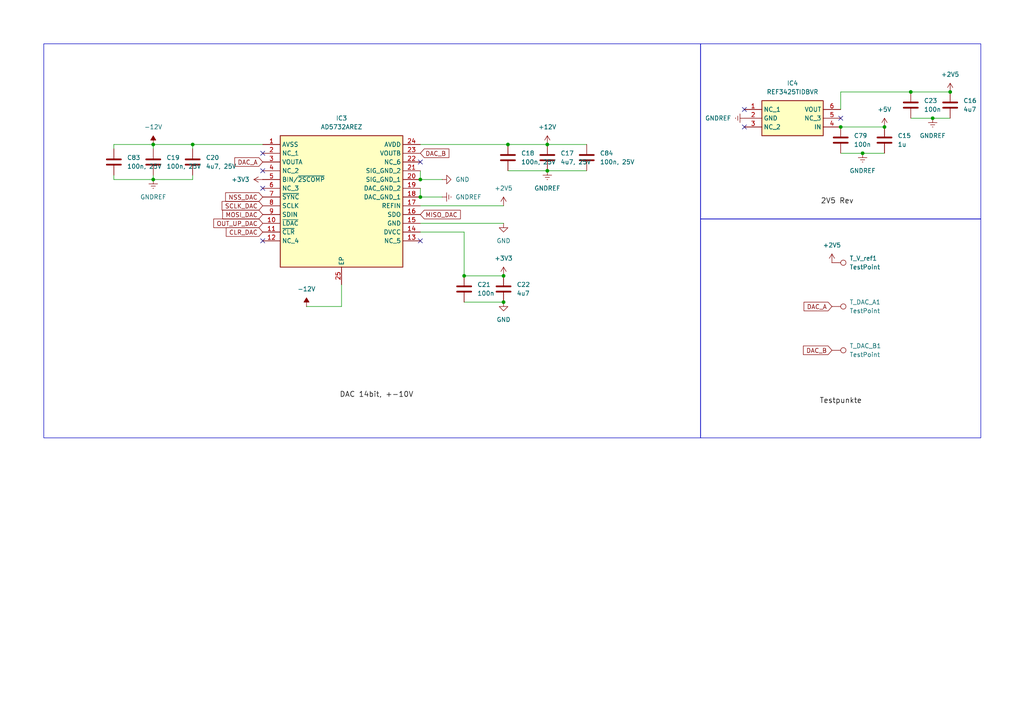
<source format=kicad_sch>
(kicad_sch (version 20231120) (generator "eeschema") (generator_version "8.0")
  (paper "A4")
  (lib_symbols
    (symbol "Lib:+12V" (power) (pin_numbers hide) (pin_names (offset 0) hide)
      (property "Value" "+12V" (at 0 3.556 0))
      (symbol "+12V_0_1"
        (polyline (pts (xy -0.762 1.27) (xy 0 2.54)))
        (polyline (pts (xy 0 0) (xy 0 2.54)))
        (polyline (pts (xy 0 2.54) (xy 0.762 1.27)))
      )
      (symbol "+12V_1_1"
        (pin power_in line (at 0 0 90) (length 0) (name "~") (number "1"))
      )
    )
    (symbol "Lib:+2V5" (power) (pin_numbers hide) (pin_names (offset 0) hide)
      (property "Value" "+2V5" (at 0 3.556 0))
      (symbol "+2V5_0_1"
        (polyline (pts (xy -0.762 1.27) (xy 0 2.54)))
        (polyline (pts (xy 0 0) (xy 0 2.54)))
        (polyline (pts (xy 0 2.54) (xy 0.762 1.27)))
      )
      (symbol "+2V5_1_1"
        (pin power_in line (at 0 0 90) (length 0) (name "~") (number "1"))
      )
    )
    (symbol "Lib:+3V3" (power) (pin_numbers hide) (pin_names (offset 0) hide)
      (property "Value" "+3V3" (at 0 3.556 0))
      (symbol "+3V3_0_1"
        (polyline (pts (xy -0.762 1.27) (xy 0 2.54)))
        (polyline (pts (xy 0 0) (xy 0 2.54)))
        (polyline (pts (xy 0 2.54) (xy 0.762 1.27)))
      )
      (symbol "+3V3_1_1"
        (pin power_in line (at 0 0 90) (length 0) (name "~") (number "1"))
      )
    )
    (symbol "Lib:+5V" (power) (pin_numbers hide) (pin_names (offset 0) hide)
      (property "Value" "+5V" (at 0 3.556 0))
      (symbol "+5V_0_1"
        (polyline (pts (xy -0.762 1.27) (xy 0 2.54)))
        (polyline (pts (xy 0 0) (xy 0 2.54)))
        (polyline (pts (xy 0 2.54) (xy 0.762 1.27)))
      )
      (symbol "+5V_1_1"
        (pin power_in line (at 0 0 90) (length 0) (name "~") (number "1"))
      )
    )
    (symbol "Lib:-12V" (power) (pin_numbers hide) (pin_names (offset 0) hide)
      (property "Value" "-12V" (at 0 3.556 0))
      (symbol "-12V_0_0"
        (pin power_in line (at 0 0 90) (length 0) (name "~") (number "1"))
      )
      (symbol "-12V_0_1"
        (polyline (pts (xy 0 0) (xy 0 1.27) (xy 0.762 1.27) (xy 0 2.54) (xy -0.762 1.27) (xy 0 1.27)) (fill (type outline)))
      )
    )
    (symbol "Lib:AD5732AREZ"
      (property "Reference" "IC" (at 41.91 7.62 0))
      (property "Value" "AD5732AREZ" (at 41.91 5.08 0))
      (symbol "AD5732AREZ_1_1"
        (rectangle (start 5.08 2.54) (end 40.64 -35.56) (stroke (width 0.254)) (fill (type background)))
        (pin passive line (at 0 0 0) (length 5.08) (name "AVSS") (number "1"))
        (pin passive line (at 0 -22.86 0) (length 5.08) (name "~{LDAC}") (number "10"))
        (pin passive line (at 0 -25.4 0) (length 5.08) (name "~{CLR}") (number "11"))
        (pin passive line (at 0 -27.94 0) (length 5.08) (name "NC_4") (number "12"))
        (pin passive line (at 45.72 -27.94 180) (length 5.08) (name "NC_5") (number "13"))
        (pin passive line (at 45.72 -25.4 180) (length 5.08) (name "DVCC") (number "14"))
        (pin passive line (at 45.72 -22.86 180) (length 5.08) (name "GND") (number "15"))
        (pin passive line (at 45.72 -20.32 180) (length 5.08) (name "SDO") (number "16"))
        (pin passive line (at 45.72 -17.78 180) (length 5.08) (name "REFIN") (number "17"))
        (pin passive line (at 45.72 -15.24 180) (length 5.08) (name "DAC_GND_1") (number "18"))
        (pin passive line (at 45.72 -12.7 180) (length 5.08) (name "DAC_GND_2") (number "19"))
        (pin passive line (at 0 -2.54 0) (length 5.08) (name "NC_1") (number "2"))
        (pin passive line (at 45.72 -10.16 180) (length 5.08) (name "SIG_GND_1") (number "20"))
        (pin passive line (at 45.72 -7.62 180) (length 5.08) (name "SIG_GND_2") (number "21"))
        (pin passive line (at 45.72 -5.08 180) (length 5.08) (name "NC_6") (number "22"))
        (pin passive line (at 45.72 -2.54 180) (length 5.08) (name "VOUTB") (number "23"))
        (pin passive line (at 45.72 0 180) (length 5.08) (name "AVDD") (number "24"))
        (pin passive line (at 22.86 -40.64 90) (length 5.08) (name "EP") (number "25"))
        (pin passive line (at 0 -5.08 0) (length 5.08) (name "VOUTA") (number "3"))
        (pin passive line (at 0 -7.62 0) (length 5.08) (name "NC_2") (number "4"))
        (pin passive line (at 0 -10.16 0) (length 5.08) (name "BIN/~{2SCOMP}") (number "5"))
        (pin passive line (at 0 -12.7 0) (length 5.08) (name "NC_3") (number "6"))
        (pin passive line (at 0 -15.24 0) (length 5.08) (name "~{SYNC}") (number "7"))
        (pin passive line (at 0 -17.78 0) (length 5.08) (name "SCLK") (number "8"))
        (pin passive line (at 0 -20.32 0) (length 5.08) (name "SDIN") (number "9"))
      )
    )
    (symbol "Lib:C" (pin_numbers hide) (pin_names (offset 0.254))
      (property "Reference" "C" (at 0.635 2.54 0))
      (property "Value" "C" (at 0.635 -2.54 0))
      (symbol "C_0_1"
        (polyline (pts (xy -2.032 -0.762) (xy 2.032 -0.762)) (stroke (width 0.508)))
        (polyline (pts (xy -2.032 0.762) (xy 2.032 0.762)) (stroke (width 0.508)))
      )
      (symbol "C_1_1"
        (pin passive line (at 0 3.81 270) (length 2.794) (name "~") (number "1"))
        (pin passive line (at 0 -3.81 90) (length 2.794) (name "~") (number "2"))
      )
    )
    (symbol "Lib:GND" (power) (pin_numbers hide) (pin_names (offset 0) hide)
      (property "Value" "GND" (at 0 -3.81 0))
      (symbol "GND_0_1"
        (polyline (pts (xy 0 0) (xy 0 -1.27) (xy 1.27 -1.27) (xy 0 -2.54) (xy -1.27 -1.27) (xy 0 -1.27)))
      )
      (symbol "GND_1_1"
        (pin power_in line (at 0 0 270) (length 0) (name "~") (number "1"))
      )
    )
    (symbol "Lib:REF3425TIDBVR"
      (property "Reference" "IC" (at 24.13 7.62 0))
      (property "Value" "REF3425TIDBVR" (at 24.13 5.08 0))
      (symbol "REF3425TIDBVR_1_1"
        (rectangle (start 5.08 2.54) (end 22.86 -7.62) (stroke (width 0.254)) (fill (type background)))
        (pin passive line (at 0 0 0) (length 5.08) (name "NC_1") (number "1"))
        (pin passive line (at 0 -2.54 0) (length 5.08) (name "GND") (number "2"))
        (pin passive line (at 0 -5.08 0) (length 5.08) (name "NC_2") (number "3"))
        (pin passive line (at 27.94 -5.08 180) (length 5.08) (name "IN") (number "4"))
        (pin passive line (at 27.94 -2.54 180) (length 5.08) (name "NC_3") (number "5"))
        (pin passive line (at 27.94 0 180) (length 5.08) (name "VOUT") (number "6"))
      )
    )
    (symbol "Lib:TestPoint" (pin_numbers hide) (pin_names (offset 0.762) hide)
      (property "Reference" "TP" (at 0 6.858 0))
      (property "Value" "TestPoint" (at 0 5.08 0))
      (symbol "TestPoint_0_1"
        (circle (center 0 3.302) (radius 0.762))
      )
      (symbol "TestPoint_1_1"
        (pin passive line (at 0 0 90) (length 2.54) (name "1") (number "1"))
      )
    )
    (symbol "power:GNDREF" (power) (pin_numbers hide) (pin_names (offset 0) hide)
      (property "Value" "GNDREF" (at 0 -3.81 0))
      (symbol "GNDREF_0_1"
        (polyline (pts (xy -0.635 -1.905) (xy 0.635 -1.905)))
        (polyline (pts (xy -0.127 -2.54) (xy 0.127 -2.54)))
        (polyline (pts (xy 0 -1.27) (xy 0 0)))
        (polyline (pts (xy 1.27 -1.27) (xy -1.27 -1.27)))
      )
      (symbol "GNDREF_1_1"
        (pin power_in line (at 0 0 270) (length 0) (name "~") (number "1"))
      )
    )
  )
  (junction (at 146.05 80.01))
  (junction (at 158.75 49.53))
  (junction (at 121.92 52.07))
  (junction (at 134.62 80.01))
  (junction (at 44.45 41.91))
  (junction (at 44.45 52.07))
  (junction (at 147.32 41.91))
  (junction (at 121.92 57.15))
  (junction (at 146.05 87.63))
  (junction (at 158.75 41.91))
  (junction (at 256.54 36.83))
  (junction (at 250.19 44.45))
  (junction (at 270.51 34.29))
  (junction (at 55.88 41.91))
  (junction (at 275.59 26.67))
  (junction (at 264.16 26.67))
  (junction (at 243.84 36.83))
  (no_connect (at 76.2 44.45))
  (no_connect (at 121.92 69.85))
  (no_connect (at 76.2 54.61))
  (no_connect (at 215.9 36.83))
  (no_connect (at 243.84 34.29))
  (no_connect (at 76.2 49.53))
  (no_connect (at 76.2 69.85))
  (no_connect (at 121.92 46.99))
  (no_connect (at 215.9 31.75))
  (wire (pts (xy 33.02 52.07) (xy 44.45 52.07)))
  (wire (pts (xy 55.88 43.18) (xy 55.88 41.91)))
  (wire (pts (xy 243.84 31.75) (xy 243.84 26.67)))
  (wire (pts (xy 121.92 52.07) (xy 128.27 52.07)))
  (wire (pts (xy 158.75 41.91) (xy 170.18 41.91)))
  (wire (pts (xy 158.75 49.53) (xy 170.18 49.53)))
  (wire (pts (xy 121.92 57.15) (xy 128.27 57.15)))
  (wire (pts (xy 250.19 44.45) (xy 256.54 44.45)))
  (wire (pts (xy 33.02 43.18) (xy 33.02 41.91)))
  (wire (pts (xy 121.92 54.61) (xy 121.92 57.15)))
  (wire (pts (xy 44.45 52.07) (xy 44.45 50.8)))
  (wire (pts (xy 121.92 59.69) (xy 146.05 59.69)))
  (wire (pts (xy 44.45 52.07) (xy 55.88 52.07)))
  (wire (pts (xy 243.84 44.45) (xy 250.19 44.45)))
  (wire (pts (xy 55.88 41.91) (xy 76.2 41.91)))
  (wire (pts (xy 55.88 52.07) (xy 55.88 50.8)))
  (wire (pts (xy 147.32 41.91) (xy 158.75 41.91)))
  (wire (pts (xy 243.84 26.67) (xy 264.16 26.67)))
  (wire (pts (xy 134.62 87.63) (xy 146.05 87.63)))
  (wire (pts (xy 33.02 41.91) (xy 44.45 41.91)))
  (wire (pts (xy 121.92 67.31) (xy 134.62 67.31)))
  (wire (pts (xy 270.51 34.29) (xy 275.59 34.29)))
  (wire (pts (xy 44.45 41.91) (xy 55.88 41.91)))
  (wire (pts (xy 264.16 26.67) (xy 275.59 26.67)))
  (wire (pts (xy 147.32 49.53) (xy 158.75 49.53)))
  (wire (pts (xy 88.9 88.9) (xy 99.06 88.9)))
  (wire (pts (xy 134.62 67.31) (xy 134.62 80.01)))
  (wire (pts (xy 243.84 36.83) (xy 256.54 36.83)))
  (wire (pts (xy 146.05 64.77) (xy 121.92 64.77)))
  (wire (pts (xy 44.45 43.18) (xy 44.45 41.91)))
  (wire (pts (xy 121.92 41.91) (xy 147.32 41.91)))
  (wire (pts (xy 121.92 49.53) (xy 121.92 52.07)))
  (wire (pts (xy 264.16 34.29) (xy 270.51 34.29)))
  (wire (pts (xy 99.06 88.9) (xy 99.06 82.55)))
  (wire (pts (xy 134.62 80.01) (xy 146.05 80.01)))
  (wire (pts (xy 33.02 50.8) (xy 33.02 52.07)))
  (rectangle (start 203.2 12.7) (end 284.48 63.5))
  (rectangle (start 203.2 63.5) (end 284.48 127))
  (rectangle (start 12.7 12.7) (end 203.2 127))
  (text "2V5 Rev" (at 242.824 58.42 0) (effects (font (size 1.524 1.524))))
  (text "DAC 14bit, +-10V" (at 109.22 114.554 0) (effects (font (size 1.524 1.524))))
  (text "Testpunkte" (at 243.84 116.332 0) (effects (font (size 1.524 1.524))))
  (global_label "NSS_DAC" (shape input) (at 76.2 57.15 180) (property "Intersheetrefs" "${INTERSHEET_REFS}" (effects (hide yes))))
  (global_label "MOSI_DAC" (shape input) (at 76.2 62.23 180) (property "Intersheetrefs" "${INTERSHEET_REFS}" (effects (hide yes))))
  (global_label "OUT_UP_DAC" (shape input) (at 76.2 64.77 180) (property "Intersheetrefs" "${INTERSHEET_REFS}" (effects (hide yes))))
  (global_label "CLR_DAC" (shape input) (at 76.2 67.31 180) (property "Intersheetrefs" "${INTERSHEET_REFS}" (effects (hide yes))))
  (global_label "DAC_A" (shape input) (at 76.2 46.99 180) (property "Intersheetrefs" "${INTERSHEET_REFS}" (effects (hide yes))))
  (global_label "MISO_DAC" (shape input) (at 121.92 62.23 0) (property "Intersheetrefs" "${INTERSHEET_REFS}" (effects (hide yes))))
  (global_label "SCLK_DAC" (shape input) (at 76.2 59.69 180) (property "Intersheetrefs" "${INTERSHEET_REFS}" (effects (hide yes))))
  (global_label "DAC_B" (shape input) (at 121.92 44.45 0) (property "Intersheetrefs" "${INTERSHEET_REFS}" (effects (hide yes))))
  (global_label "DAC_A" (shape input) (at 241.3 88.9 180) (property "Intersheetrefs" "${INTERSHEET_REFS}" (effects (hide yes))))
  (global_label "DAC_B" (shape input) (at 241.3 101.6 180) (property "Intersheetrefs" "${INTERSHEET_REFS}" (effects (hide yes))))
  (symbol (lib_id "Lib:C") (at 147.32 45.72 0) (unit 1)
    (property "Reference" "C18" (at 151.13 44.4499 0) (effects (justify left)))
    (property "Value" "100n, 25V" (at 151.13 46.9899 0) (effects (justify left)))
    (property "Footprint" "Capacitor_SMD:C_0603_1608Metric" (effects (hide yes)))
    (property "Datasheet" "25V" (effects (hide yes)))
    (property "Description" "Unpolarized capacitor" (effects (hide yes)))
  )
  (symbol (lib_id "Lib:+3V3") (at 76.2 52.07 90) (unit 1)
    (property "Reference" "#PWR0124" (effects (hide yes)))
    (property "Value" "+3V3" (at 72.39 52.0699 90) (effects (justify left)))
    (property "Description" "Power symbol creates a global label with name \"+3V3\"" (effects (hide yes)))
  )
  (symbol (lib_id "Lib:+2V5") (at 275.59 26.67 0) (unit 1)
    (property "Reference" "#PWR037" (effects (hide yes)))
    (property "Value" "+2V5" (at 275.59 21.59 0))
    (property "Description" "Power symbol creates a global label with name \"+2V5\"" (effects (hide yes)))
  )
  (symbol (lib_id "Lib:C") (at 55.88 46.99 0) (unit 1)
    (property "Reference" "C20" (at 59.69 45.7199 0) (effects (justify left)))
    (property "Value" "4u7, 25V" (at 59.69 48.2599 0) (effects (justify left)))
    (property "Footprint" "Capacitor_SMD:C_0805_2012Metric" (effects (hide yes)))
    (property "Description" "Unpolarized capacitor" (effects (hide yes)))
  )
  (symbol (lib_id "Lib:+12V") (at 158.75 41.91 0) (unit 1)
    (property "Reference" "#PWR043" (effects (hide yes)))
    (property "Value" "+12V" (at 158.75 36.83 0))
    (property "Description" "Power symbol creates a global label with name \"+12V\"" (effects (hide yes)))
  )
  (symbol (lib_id "Lib:+3V3") (at 146.05 80.01 0) (unit 1)
    (property "Reference" "#PWR047" (effects (hide yes)))
    (property "Value" "+3V3" (at 146.05 74.93 0))
    (property "Description" "Power symbol creates a global label with name \"+3V3\"" (effects (hide yes)))
  )
  (symbol (lib_id "Lib:AD5732AREZ") (at 76.2 41.91 0) (unit 1)
    (property "Reference" "IC3" (at 99.06 34.29 0))
    (property "Value" "AD5732AREZ" (at 99.06 36.83 0))
    (property "Footprint" "Downloads:SOP65P640X120-25N" (effects (hide yes)))
    (property "Datasheet" "https://www.analog.com/media/en/technical-documentation/data-sheets/ad5722_5732_5752.pdf" (effects (hide yes)))
    (property "Description" "Analog Devices AD5732AREZ, 2-channel 14 bit Serial DAC, 24-Pin TSSOP" (effects (hide yes)))
    (property "Height" "1.2" (effects (hide yes)))
    (property "Mouser Part Number" "584-AD5732AREZ" (effects (hide yes)))
    (property "Mouser Price/Stock" "https://www.mouser.co.uk/ProductDetail/Analog-Devices/AD5732AREZ?qs=NmRFExCfTkGB8EfSWec8Wg%3D%3D" (effects (hide yes)))
    (property "Manufacturer_Name" "Analog Devices" (effects (hide yes)))
    (property "Manufacturer_Part_Number" "AD5732AREZ" (effects (hide yes)))
  )
  (symbol (lib_id "Lib:C") (at 275.59 30.48 0) (unit 1)
    (property "Reference" "C16" (at 279.4 29.2099 0) (effects (justify left)))
    (property "Value" "4u7" (at 279.4 31.7499 0) (effects (justify left)))
    (property "Footprint" "Capacitor_SMD:C_0805_2012Metric" (effects (hide yes)))
    (property "Description" "Unpolarized capacitor" (effects (hide yes)))
  )
  (symbol (lib_id "Lib:C") (at 243.84 40.64 0) (unit 1)
    (property "Reference" "C79" (at 247.65 39.3699 0) (effects (justify left)))
    (property "Value" "100n" (at 247.65 41.9099 0) (effects (justify left)))
    (property "Footprint" "Capacitor_SMD:C_0603_1608Metric" (effects (hide yes)))
    (property "Description" "Unpolarized capacitor" (effects (hide yes)))
  )
  (symbol (lib_id "Lib:+2V5") (at 241.3 76.2 0) (unit 1)
    (property "Reference" "#PWR045" (effects (hide yes)))
    (property "Value" "+2V5" (at 241.3 71.12 0))
    (property "Description" "Power symbol creates a global label with name \"+2V5\"" (effects (hide yes)))
  )
  (symbol (lib_id "Lib:-12V") (at 44.45 41.91 0) (unit 1)
    (property "Reference" "#PWR046" (effects (hide yes)))
    (property "Value" "-12V" (at 44.45 36.83 0))
    (property "Description" "Power symbol creates a global label with name \"-12V\"" (effects (hide yes)))
  )
  (symbol (lib_id "Lib:TestPoint") (at 241.3 101.6 270) (unit 1)
    (property "Reference" "T_DAC_B1" (at 246.38 100.3299 90) (effects (justify left)))
    (property "Value" "TestPoint" (at 246.38 102.8699 90) (effects (justify left)))
    (property "Footprint" "TestPoint:TestPoint_Pad_D1.5mm" (effects (hide yes)))
    (property "Description" "test point" (effects (hide yes)))
  )
  (symbol (lib_id "Lib:-12V") (at 88.9 88.9 0) (unit 1)
    (property "Reference" "#PWR049" (effects (hide yes)))
    (property "Value" "-12V" (at 88.9 83.82 0))
    (property "Description" "Power symbol creates a global label with name \"-12V\"" (effects (hide yes)))
  )
  (symbol (lib_id "Lib:REF3425TIDBVR") (at 215.9 31.75 0) (unit 1)
    (property "Reference" "IC4" (at 229.87 24.13 0))
    (property "Value" "REF3425TIDBVR" (at 229.87 26.67 0))
    (property "Footprint" "Downloads:SOT95P280X145-6N" (effects (hide yes)))
    (property "Datasheet" "https://www.ti.com/lit/ds/symlink/ref3425.pdf" (effects (hide yes)))
    (property "Description" "Voltage References 2.5-V, low-drift, low-power, small-footprint series voltage reference" (effects (hide yes)))
    (property "Height" "1.45" (effects (hide yes)))
    (property "Mouser Part Number" "595-REF3425TIDBVR" (effects (hide yes)))
    (property "Mouser Price/Stock" "https://www.mouser.co.uk/ProductDetail/Texas-Instruments/REF3425TIDBVR?qs=aP1CjGhiNiGDDMYjOCCRrA%3D%3D" (effects (hide yes)))
    (property "Manufacturer_Name" "Texas Instruments" (effects (hide yes)))
    (property "Manufacturer_Part_Number" "REF3425TIDBVR" (effects (hide yes)))
  )
  (symbol (lib_id "Lib:TestPoint") (at 241.3 76.2 270) (unit 1)
    (property "Reference" "T_V_ref1" (at 246.38 74.9299 90) (effects (justify left)))
    (property "Value" "TestPoint" (at 246.38 77.4699 90) (effects (justify left)))
    (property "Footprint" "TestPoint:TestPoint_Pad_D1.5mm" (effects (hide yes)))
    (property "Description" "test point" (effects (hide yes)))
  )
  (symbol (lib_id "Lib:GND") (at 146.05 64.77 0) (unit 1)
    (property "Reference" "#PWR039" (effects (hide yes)))
    (property "Value" "GND" (at 146.05 69.85 0))
    (property "Description" "Power symbol creates a global label with name \"GND\" , ground" (effects (hide yes)))
  )
  (symbol (lib_id "Lib:TestPoint") (at 241.3 88.9 270) (unit 1)
    (property "Reference" "T_DAC_A1" (at 246.38 87.6299 90) (effects (justify left)))
    (property "Value" "TestPoint" (at 246.38 90.1699 90) (effects (justify left)))
    (property "Footprint" "TestPoint:TestPoint_Pad_D1.5mm" (effects (hide yes)))
    (property "Description" "test point" (effects (hide yes)))
  )
  (symbol (lib_id "Lib:C") (at 256.54 40.64 0) (unit 1)
    (property "Reference" "C15" (at 260.35 39.3699 0) (effects (justify left)))
    (property "Value" "1u" (at 260.35 41.9099 0) (effects (justify left)))
    (property "Footprint" "Capacitor_SMD:C_0603_1608Metric" (effects (hide yes)))
    (property "Description" "Unpolarized capacitor" (effects (hide yes)))
  )
  (symbol (lib_id "Lib:C") (at 33.02 46.99 0) (unit 1)
    (property "Reference" "C83" (at 36.83 45.7199 0) (effects (justify left)))
    (property "Value" "100n, 25V" (at 36.83 48.2599 0) (effects (justify left)))
    (property "Footprint" "Capacitor_SMD:C_0603_1608Metric" (effects (hide yes)))
    (property "Description" "Unpolarized capacitor" (effects (hide yes)))
  )
  (symbol (lib_id "Lib:+2V5") (at 146.05 59.69 0) (unit 1)
    (property "Reference" "#PWR040" (effects (hide yes)))
    (property "Value" "+2V5" (at 146.05 54.61 0))
    (property "Description" "Power symbol creates a global label with name \"+2V5\"" (effects (hide yes)))
  )
  (symbol (lib_id "Lib:GND") (at 128.27 52.07 90) (unit 1)
    (property "Reference" "#PWR041" (effects (hide yes)))
    (property "Value" "GND" (at 132.08 52.0699 90) (effects (justify right)))
    (property "Description" "Power symbol creates a global label with name \"GND\" , ground" (effects (hide yes)))
  )
  (symbol (lib_id "Lib:C") (at 134.62 83.82 0) (unit 1)
    (property "Reference" "C21" (at 138.43 82.5499 0) (effects (justify left)))
    (property "Value" "100n" (at 138.43 85.0899 0) (effects (justify left)))
    (property "Footprint" "Capacitor_SMD:C_0603_1608Metric" (effects (hide yes)))
    (property "Description" "Unpolarized capacitor" (effects (hide yes)))
  )
  (symbol (lib_id "power:GNDREF") (at 44.45 52.07 0) (unit 1)
    (property "Reference" "#PWR042" (effects (hide yes)))
    (property "Value" "GNDREF" (at 44.45 57.15 0))
    (property "Description" "Power symbol creates a global label with name \"GNDREF\" , reference supply ground" (effects (hide yes)))
  )
  (symbol (lib_id "Lib:C") (at 158.75 45.72 0) (unit 1)
    (property "Reference" "C17" (at 162.56 44.4499 0) (effects (justify left)))
    (property "Value" "4u7, 25V" (at 162.56 46.9899 0) (effects (justify left)))
    (property "Footprint" "Capacitor_SMD:C_0805_2012Metric" (effects (hide yes)))
    (property "Datasheet" "25V" (effects (hide yes)))
    (property "Description" "Unpolarized capacitor" (effects (hide yes)))
  )
  (symbol (lib_id "Lib:C") (at 264.16 30.48 0) (unit 1)
    (property "Reference" "C23" (at 267.97 29.2099 0) (effects (justify left)))
    (property "Value" "100n" (at 267.97 31.7499 0) (effects (justify left)))
    (property "Footprint" "Capacitor_SMD:C_0603_1608Metric" (effects (hide yes)))
    (property "Description" "Unpolarized capacitor" (effects (hide yes)))
  )
  (symbol (lib_id "power:GNDREF") (at 158.75 49.53 0) (unit 1)
    (property "Reference" "#PWR044" (effects (hide yes)))
    (property "Value" "GNDREF" (at 158.75 54.61 0))
    (property "Description" "Power symbol creates a global label with name \"GNDREF\" , reference supply ground" (effects (hide yes)))
  )
  (symbol (lib_id "power:GNDREF") (at 128.27 57.15 90) (unit 1)
    (property "Reference" "#PWR0148" (effects (hide yes)))
    (property "Value" "GNDREF" (at 132.08 57.1499 90) (effects (justify right)))
    (property "Description" "Power symbol creates a global label with name \"GNDREF\" , reference supply ground" (effects (hide yes)))
  )
  (symbol (lib_id "Lib:C") (at 44.45 46.99 0) (unit 1)
    (property "Reference" "C19" (at 48.26 45.7199 0) (effects (justify left)))
    (property "Value" "100n, 25V" (at 48.26 48.2599 0) (effects (justify left)))
    (property "Footprint" "Capacitor_SMD:C_0603_1608Metric" (effects (hide yes)))
    (property "Description" "Unpolarized capacitor" (effects (hide yes)))
  )
  (symbol (lib_id "power:GNDREF") (at 270.51 34.29 0) (unit 1)
    (property "Reference" "#PWR038" (effects (hide yes)))
    (property "Value" "GNDREF" (at 270.51 39.37 0))
    (property "Description" "Power symbol creates a global label with name \"GNDREF\" , reference supply ground" (effects (hide yes)))
  )
  (symbol (lib_id "Lib:C") (at 170.18 45.72 0) (unit 1)
    (property "Reference" "C84" (at 173.99 44.4499 0) (effects (justify left)))
    (property "Value" "100n, 25V" (at 173.99 46.9899 0) (effects (justify left)))
    (property "Footprint" "Capacitor_SMD:C_0603_1608Metric" (effects (hide yes)))
    (property "Datasheet" "25V" (effects (hide yes)))
    (property "Description" "Unpolarized capacitor" (effects (hide yes)))
  )
  (symbol (lib_id "Lib:GND") (at 146.05 87.63 0) (unit 1)
    (property "Reference" "#PWR048" (effects (hide yes)))
    (property "Value" "GND" (at 146.05 92.71 0))
    (property "Description" "Power symbol creates a global label with name \"GND\" , ground" (effects (hide yes)))
  )
  (symbol (lib_id "Lib:+5V") (at 256.54 36.83 0) (unit 1)
    (property "Reference" "#PWR035" (effects (hide yes)))
    (property "Value" "+5V" (at 256.54 31.75 0))
    (property "Description" "Power symbol creates a global label with name \"+5V\"" (effects (hide yes)))
  )
  (symbol (lib_id "power:GNDREF") (at 250.19 44.45 0) (unit 1)
    (property "Reference" "#PWR036" (effects (hide yes)))
    (property "Value" "GNDREF" (at 250.19 49.53 0))
    (property "Description" "Power symbol creates a global label with name \"GNDREF\" , reference supply ground" (effects (hide yes)))
  )
  (symbol (lib_id "power:GNDREF") (at 215.9 34.29 270) (unit 1)
    (property "Reference" "#PWR034" (effects (hide yes)))
    (property "Value" "GNDREF" (at 212.09 34.2899 90) (effects (justify right)))
    (property "Description" "Power symbol creates a global label with name \"GNDREF\" , reference supply ground" (effects (hide yes)))
  )
  (symbol (lib_id "Lib:C") (at 146.05 83.82 0) (unit 1)
    (property "Reference" "C22" (at 149.86 82.5499 0) (effects (justify left)))
    (property "Value" "4u7" (at 149.86 85.0899 0) (effects (justify left)))
    (property "Footprint" "Capacitor_SMD:C_0805_2012Metric" (effects (hide yes)))
    (property "Description" "Unpolarized capacitor" (effects (hide yes)))
  )
)
</source>
